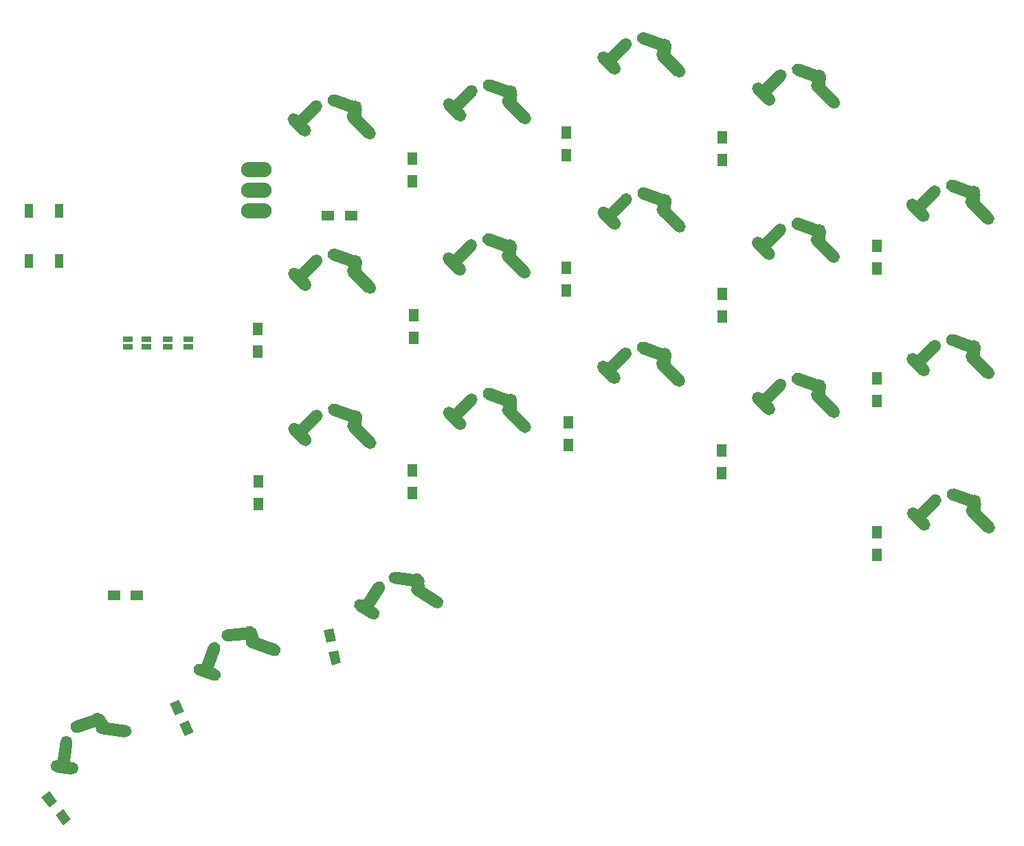
<source format=gbr>
%TF.GenerationSoftware,KiCad,Pcbnew,(5.1.7)-1*%
%TF.CreationDate,2021-07-11T14:26:08+05:30*%
%TF.ProjectId,Pankh,50616e6b-682e-46b6-9963-61645f706362,rev?*%
%TF.SameCoordinates,Original*%
%TF.FileFunction,Paste,Top*%
%TF.FilePolarity,Positive*%
%FSLAX46Y46*%
G04 Gerber Fmt 4.6, Leading zero omitted, Abs format (unit mm)*
G04 Created by KiCad (PCBNEW (5.1.7)-1) date 2021-07-11 14:26:08*
%MOMM*%
%LPD*%
G01*
G04 APERTURE LIST*
%ADD10O,1.500000X3.000000*%
%ADD11R,1.600000X1.200000*%
%ADD12O,3.759200X1.879600*%
%ADD13R,1.100000X1.800000*%
%ADD14R,1.200000X1.600000*%
%ADD15C,0.100000*%
%ADD16R,1.270000X0.635000*%
G04 APERTURE END LIST*
%TO.C,SW10*%
G36*
G01*
X134630104Y-117649170D02*
X132963562Y-116587466D01*
G75*
G02*
X132730320Y-115535380I409422J642664D01*
G01*
X132730320Y-115535380D01*
G75*
G02*
X133782406Y-115302138I642664J-409422D01*
G01*
X135448948Y-116363842D01*
G75*
G02*
X135682190Y-117415928I-409422J-642664D01*
G01*
X135682190Y-117415928D01*
G75*
G02*
X134630104Y-117649170I-642664J409422D01*
G01*
G37*
G36*
G01*
X133481127Y-115861399D02*
X135080131Y-113351467D01*
G75*
G02*
X136132217Y-113118225I642664J-409422D01*
G01*
X136132217Y-113118225D01*
G75*
G02*
X136365459Y-114170311I-409422J-642664D01*
G01*
X134766455Y-116680243D01*
G75*
G02*
X133714369Y-116913485I-642664J409422D01*
G01*
X133714369Y-116913485D01*
G75*
G02*
X133481127Y-115861399I409422J642664D01*
G01*
G37*
G36*
G01*
X140487849Y-113736102D02*
X137537309Y-113347656D01*
G75*
G02*
X136881289Y-112492714I99461J755481D01*
G01*
X136881289Y-112492714D01*
G75*
G02*
X137736231Y-111836694I755481J-99461D01*
G01*
X140686771Y-112225140D01*
G75*
G02*
X141342791Y-113080082I-99461J-755481D01*
G01*
X141342791Y-113080082D01*
G75*
G02*
X140487849Y-113736102I-755481J99461D01*
G01*
G37*
G36*
G01*
X142491174Y-116268550D02*
X139981242Y-114669546D01*
G75*
G02*
X139748000Y-113617460I409422J642664D01*
G01*
X139748000Y-113617460D01*
G75*
G02*
X140800086Y-113384218I642664J-409422D01*
G01*
X143310018Y-114983222D01*
G75*
G02*
X143543260Y-116035308I-409422J-642664D01*
G01*
X143543260Y-116035308D01*
G75*
G02*
X142491174Y-116268550I-642664J409422D01*
G01*
G37*
G36*
G01*
X140001947Y-114397988D02*
X139677287Y-112933544D01*
G75*
G02*
X140247179Y-112038992I732222J162330D01*
G01*
X140247179Y-112038992D01*
G75*
G02*
X141141731Y-112608884I162330J-732222D01*
G01*
X141466391Y-114073328D01*
G75*
G02*
X140896499Y-114967880I-732222J-162330D01*
G01*
X140896499Y-114967880D01*
G75*
G02*
X140001947Y-114397988I-162330J732222D01*
G01*
G37*
%TD*%
%TO.C,SW13*%
G36*
G01*
X183223834Y-73212567D02*
X181826592Y-71815325D01*
G75*
G02*
X181826592Y-70737695I538815J538815D01*
G01*
X181826592Y-70737695D01*
G75*
G02*
X182904222Y-70737695I538815J-538815D01*
G01*
X184301464Y-72134937D01*
G75*
G02*
X184301464Y-73212567I-538815J-538815D01*
G01*
X184301464Y-73212567D01*
G75*
G02*
X183223834Y-73212567I-538815J538815D01*
G01*
G37*
G36*
G01*
X182489038Y-71218491D02*
X184593388Y-69114141D01*
G75*
G02*
X185671018Y-69114141I538815J-538815D01*
G01*
X185671018Y-69114141D01*
G75*
G02*
X185671018Y-70191771I-538815J-538815D01*
G01*
X183566668Y-72296121D01*
G75*
G02*
X182489038Y-72296121I-538815J538815D01*
G01*
X182489038Y-72296121D01*
G75*
G02*
X182489038Y-71218491I538815J538815D01*
G01*
G37*
G36*
G01*
X189789672Y-70660103D02*
X186993146Y-69642251D01*
G75*
G02*
X186537719Y-68665586I260619J716046D01*
G01*
X186537719Y-68665586D01*
G75*
G02*
X187514384Y-68210159I716046J-260619D01*
G01*
X190310910Y-69228011D01*
G75*
G02*
X190766337Y-70204676I-260619J-716046D01*
G01*
X190766337Y-70204676D01*
G75*
G02*
X189789672Y-70660103I-716046J260619D01*
G01*
G37*
G36*
G01*
X191197388Y-73566121D02*
X189093038Y-71461771D01*
G75*
G02*
X189093038Y-70384141I538815J538815D01*
G01*
X189093038Y-70384141D01*
G75*
G02*
X190170668Y-70384141I538815J-538815D01*
G01*
X192275018Y-72488491D01*
G75*
G02*
X192275018Y-73566121I-538815J-538815D01*
G01*
X192275018Y-73566121D01*
G75*
G02*
X191197388Y-73566121I-538815J538815D01*
G01*
G37*
D10*
X189922028Y-70451131D03*
%TD*%
%TO.C,SW8*%
G36*
G01*
X202301563Y-87551555D02*
X200904321Y-86154313D01*
G75*
G02*
X200904321Y-85076683I538815J538815D01*
G01*
X200904321Y-85076683D01*
G75*
G02*
X201981951Y-85076683I538815J-538815D01*
G01*
X203379193Y-86473925D01*
G75*
G02*
X203379193Y-87551555I-538815J-538815D01*
G01*
X203379193Y-87551555D01*
G75*
G02*
X202301563Y-87551555I-538815J538815D01*
G01*
G37*
G36*
G01*
X201566767Y-85557479D02*
X203671117Y-83453129D01*
G75*
G02*
X204748747Y-83453129I538815J-538815D01*
G01*
X204748747Y-83453129D01*
G75*
G02*
X204748747Y-84530759I-538815J-538815D01*
G01*
X202644397Y-86635109D01*
G75*
G02*
X201566767Y-86635109I-538815J538815D01*
G01*
X201566767Y-86635109D01*
G75*
G02*
X201566767Y-85557479I538815J538815D01*
G01*
G37*
G36*
G01*
X208867401Y-84999091D02*
X206070875Y-83981239D01*
G75*
G02*
X205615448Y-83004574I260619J716046D01*
G01*
X205615448Y-83004574D01*
G75*
G02*
X206592113Y-82549147I716046J-260619D01*
G01*
X209388639Y-83566999D01*
G75*
G02*
X209844066Y-84543664I-260619J-716046D01*
G01*
X209844066Y-84543664D01*
G75*
G02*
X208867401Y-84999091I-716046J260619D01*
G01*
G37*
G36*
G01*
X210275117Y-87905109D02*
X208170767Y-85800759D01*
G75*
G02*
X208170767Y-84723129I538815J538815D01*
G01*
X208170767Y-84723129D01*
G75*
G02*
X209248397Y-84723129I538815J-538815D01*
G01*
X211352747Y-86827479D01*
G75*
G02*
X211352747Y-87905109I-538815J-538815D01*
G01*
X211352747Y-87905109D01*
G75*
G02*
X210275117Y-87905109I-538815J538815D01*
G01*
G37*
X208999757Y-84790119D03*
%TD*%
%TO.C,SW7*%
G36*
G01*
X202257916Y-68516654D02*
X200860674Y-67119412D01*
G75*
G02*
X200860674Y-66041782I538815J538815D01*
G01*
X200860674Y-66041782D01*
G75*
G02*
X201938304Y-66041782I538815J-538815D01*
G01*
X203335546Y-67439024D01*
G75*
G02*
X203335546Y-68516654I-538815J-538815D01*
G01*
X203335546Y-68516654D01*
G75*
G02*
X202257916Y-68516654I-538815J538815D01*
G01*
G37*
G36*
G01*
X201523120Y-66522578D02*
X203627470Y-64418228D01*
G75*
G02*
X204705100Y-64418228I538815J-538815D01*
G01*
X204705100Y-64418228D01*
G75*
G02*
X204705100Y-65495858I-538815J-538815D01*
G01*
X202600750Y-67600208D01*
G75*
G02*
X201523120Y-67600208I-538815J538815D01*
G01*
X201523120Y-67600208D01*
G75*
G02*
X201523120Y-66522578I538815J538815D01*
G01*
G37*
G36*
G01*
X208823754Y-65964190D02*
X206027228Y-64946338D01*
G75*
G02*
X205571801Y-63969673I260619J716046D01*
G01*
X205571801Y-63969673D01*
G75*
G02*
X206548466Y-63514246I716046J-260619D01*
G01*
X209344992Y-64532098D01*
G75*
G02*
X209800419Y-65508763I-260619J-716046D01*
G01*
X209800419Y-65508763D01*
G75*
G02*
X208823754Y-65964190I-716046J260619D01*
G01*
G37*
G36*
G01*
X210231470Y-68870208D02*
X208127120Y-66765858D01*
G75*
G02*
X208127120Y-65688228I538815J538815D01*
G01*
X208127120Y-65688228D01*
G75*
G02*
X209204750Y-65688228I538815J-538815D01*
G01*
X211309100Y-67792578D01*
G75*
G02*
X211309100Y-68870208I-538815J-538815D01*
G01*
X211309100Y-68870208D01*
G75*
G02*
X210231470Y-68870208I-538815J538815D01*
G01*
G37*
X208956110Y-65755218D03*
%TD*%
%TO.C,SW12*%
G36*
G01*
X183270744Y-54201938D02*
X181873502Y-52804696D01*
G75*
G02*
X181873502Y-51727066I538815J538815D01*
G01*
X181873502Y-51727066D01*
G75*
G02*
X182951132Y-51727066I538815J-538815D01*
G01*
X184348374Y-53124308D01*
G75*
G02*
X184348374Y-54201938I-538815J-538815D01*
G01*
X184348374Y-54201938D01*
G75*
G02*
X183270744Y-54201938I-538815J538815D01*
G01*
G37*
G36*
G01*
X182535948Y-52207862D02*
X184640298Y-50103512D01*
G75*
G02*
X185717928Y-50103512I538815J-538815D01*
G01*
X185717928Y-50103512D01*
G75*
G02*
X185717928Y-51181142I-538815J-538815D01*
G01*
X183613578Y-53285492D01*
G75*
G02*
X182535948Y-53285492I-538815J538815D01*
G01*
X182535948Y-53285492D01*
G75*
G02*
X182535948Y-52207862I538815J538815D01*
G01*
G37*
G36*
G01*
X189836582Y-51649474D02*
X187040056Y-50631622D01*
G75*
G02*
X186584629Y-49654957I260619J716046D01*
G01*
X186584629Y-49654957D01*
G75*
G02*
X187561294Y-49199530I716046J-260619D01*
G01*
X190357820Y-50217382D01*
G75*
G02*
X190813247Y-51194047I-260619J-716046D01*
G01*
X190813247Y-51194047D01*
G75*
G02*
X189836582Y-51649474I-716046J260619D01*
G01*
G37*
G36*
G01*
X191244298Y-54555492D02*
X189139948Y-52451142D01*
G75*
G02*
X189139948Y-51373512I538815J538815D01*
G01*
X189139948Y-51373512D01*
G75*
G02*
X190217578Y-51373512I538815J-538815D01*
G01*
X192321928Y-53477862D01*
G75*
G02*
X192321928Y-54555492I-538815J-538815D01*
G01*
X192321928Y-54555492D01*
G75*
G02*
X191244298Y-54555492I-538815J538815D01*
G01*
G37*
X189968938Y-51440502D03*
%TD*%
%TO.C,SW22*%
G36*
G01*
X145192710Y-56131102D02*
X143795468Y-54733860D01*
G75*
G02*
X143795468Y-53656230I538815J538815D01*
G01*
X143795468Y-53656230D01*
G75*
G02*
X144873098Y-53656230I538815J-538815D01*
G01*
X146270340Y-55053472D01*
G75*
G02*
X146270340Y-56131102I-538815J-538815D01*
G01*
X146270340Y-56131102D01*
G75*
G02*
X145192710Y-56131102I-538815J538815D01*
G01*
G37*
G36*
G01*
X144457914Y-54137026D02*
X146562264Y-52032676D01*
G75*
G02*
X147639894Y-52032676I538815J-538815D01*
G01*
X147639894Y-52032676D01*
G75*
G02*
X147639894Y-53110306I-538815J-538815D01*
G01*
X145535544Y-55214656D01*
G75*
G02*
X144457914Y-55214656I-538815J538815D01*
G01*
X144457914Y-55214656D01*
G75*
G02*
X144457914Y-54137026I538815J538815D01*
G01*
G37*
G36*
G01*
X151758548Y-53578638D02*
X148962022Y-52560786D01*
G75*
G02*
X148506595Y-51584121I260619J716046D01*
G01*
X148506595Y-51584121D01*
G75*
G02*
X149483260Y-51128694I716046J-260619D01*
G01*
X152279786Y-52146546D01*
G75*
G02*
X152735213Y-53123211I-260619J-716046D01*
G01*
X152735213Y-53123211D01*
G75*
G02*
X151758548Y-53578638I-716046J260619D01*
G01*
G37*
G36*
G01*
X153166264Y-56484656D02*
X151061914Y-54380306D01*
G75*
G02*
X151061914Y-53302676I538815J538815D01*
G01*
X151061914Y-53302676D01*
G75*
G02*
X152139544Y-53302676I538815J-538815D01*
G01*
X154243894Y-55407026D01*
G75*
G02*
X154243894Y-56484656I-538815J-538815D01*
G01*
X154243894Y-56484656D01*
G75*
G02*
X153166264Y-56484656I-538815J538815D01*
G01*
G37*
X151890904Y-53369666D03*
%TD*%
%TO.C,SW26*%
G36*
G01*
X126059015Y-57992355D02*
X124661773Y-56595113D01*
G75*
G02*
X124661773Y-55517483I538815J538815D01*
G01*
X124661773Y-55517483D01*
G75*
G02*
X125739403Y-55517483I538815J-538815D01*
G01*
X127136645Y-56914725D01*
G75*
G02*
X127136645Y-57992355I-538815J-538815D01*
G01*
X127136645Y-57992355D01*
G75*
G02*
X126059015Y-57992355I-538815J538815D01*
G01*
G37*
G36*
G01*
X125324219Y-55998279D02*
X127428569Y-53893929D01*
G75*
G02*
X128506199Y-53893929I538815J-538815D01*
G01*
X128506199Y-53893929D01*
G75*
G02*
X128506199Y-54971559I-538815J-538815D01*
G01*
X126401849Y-57075909D01*
G75*
G02*
X125324219Y-57075909I-538815J538815D01*
G01*
X125324219Y-57075909D01*
G75*
G02*
X125324219Y-55998279I538815J538815D01*
G01*
G37*
G36*
G01*
X132624853Y-55439891D02*
X129828327Y-54422039D01*
G75*
G02*
X129372900Y-53445374I260619J716046D01*
G01*
X129372900Y-53445374D01*
G75*
G02*
X130349565Y-52989947I716046J-260619D01*
G01*
X133146091Y-54007799D01*
G75*
G02*
X133601518Y-54984464I-260619J-716046D01*
G01*
X133601518Y-54984464D01*
G75*
G02*
X132624853Y-55439891I-716046J260619D01*
G01*
G37*
G36*
G01*
X134032569Y-58345909D02*
X131928219Y-56241559D01*
G75*
G02*
X131928219Y-55163929I538815J538815D01*
G01*
X131928219Y-55163929D01*
G75*
G02*
X133005849Y-55163929I538815J-538815D01*
G01*
X135110199Y-57268279D01*
G75*
G02*
X135110199Y-58345909I-538815J-538815D01*
G01*
X135110199Y-58345909D01*
G75*
G02*
X134032569Y-58345909I-538815J538815D01*
G01*
G37*
X132757209Y-55230919D03*
%TD*%
%TO.C,SW28*%
G36*
G01*
X126122037Y-96152699D02*
X124724795Y-94755457D01*
G75*
G02*
X124724795Y-93677827I538815J538815D01*
G01*
X124724795Y-93677827D01*
G75*
G02*
X125802425Y-93677827I538815J-538815D01*
G01*
X127199667Y-95075069D01*
G75*
G02*
X127199667Y-96152699I-538815J-538815D01*
G01*
X127199667Y-96152699D01*
G75*
G02*
X126122037Y-96152699I-538815J538815D01*
G01*
G37*
G36*
G01*
X125387241Y-94158623D02*
X127491591Y-92054273D01*
G75*
G02*
X128569221Y-92054273I538815J-538815D01*
G01*
X128569221Y-92054273D01*
G75*
G02*
X128569221Y-93131903I-538815J-538815D01*
G01*
X126464871Y-95236253D01*
G75*
G02*
X125387241Y-95236253I-538815J538815D01*
G01*
X125387241Y-95236253D01*
G75*
G02*
X125387241Y-94158623I538815J538815D01*
G01*
G37*
G36*
G01*
X132687875Y-93600235D02*
X129891349Y-92582383D01*
G75*
G02*
X129435922Y-91605718I260619J716046D01*
G01*
X129435922Y-91605718D01*
G75*
G02*
X130412587Y-91150291I716046J-260619D01*
G01*
X133209113Y-92168143D01*
G75*
G02*
X133664540Y-93144808I-260619J-716046D01*
G01*
X133664540Y-93144808D01*
G75*
G02*
X132687875Y-93600235I-716046J260619D01*
G01*
G37*
G36*
G01*
X134095591Y-96506253D02*
X131991241Y-94401903D01*
G75*
G02*
X131991241Y-93324273I538815J538815D01*
G01*
X131991241Y-93324273D01*
G75*
G02*
X133068871Y-93324273I538815J-538815D01*
G01*
X135173221Y-95428623D01*
G75*
G02*
X135173221Y-96506253I-538815J-538815D01*
G01*
X135173221Y-96506253D01*
G75*
G02*
X134095591Y-96506253I-538815J538815D01*
G01*
G37*
X132820231Y-93391263D03*
%TD*%
%TO.C,SW27*%
G36*
G01*
X126102659Y-77027249D02*
X124705417Y-75630007D01*
G75*
G02*
X124705417Y-74552377I538815J538815D01*
G01*
X124705417Y-74552377D01*
G75*
G02*
X125783047Y-74552377I538815J-538815D01*
G01*
X127180289Y-75949619D01*
G75*
G02*
X127180289Y-77027249I-538815J-538815D01*
G01*
X127180289Y-77027249D01*
G75*
G02*
X126102659Y-77027249I-538815J538815D01*
G01*
G37*
G36*
G01*
X125367863Y-75033173D02*
X127472213Y-72928823D01*
G75*
G02*
X128549843Y-72928823I538815J-538815D01*
G01*
X128549843Y-72928823D01*
G75*
G02*
X128549843Y-74006453I-538815J-538815D01*
G01*
X126445493Y-76110803D01*
G75*
G02*
X125367863Y-76110803I-538815J538815D01*
G01*
X125367863Y-76110803D01*
G75*
G02*
X125367863Y-75033173I538815J538815D01*
G01*
G37*
G36*
G01*
X132668497Y-74474785D02*
X129871971Y-73456933D01*
G75*
G02*
X129416544Y-72480268I260619J716046D01*
G01*
X129416544Y-72480268D01*
G75*
G02*
X130393209Y-72024841I716046J-260619D01*
G01*
X133189735Y-73042693D01*
G75*
G02*
X133645162Y-74019358I-260619J-716046D01*
G01*
X133645162Y-74019358D01*
G75*
G02*
X132668497Y-74474785I-716046J260619D01*
G01*
G37*
G36*
G01*
X134076213Y-77380803D02*
X131971863Y-75276453D01*
G75*
G02*
X131971863Y-74198823I538815J538815D01*
G01*
X131971863Y-74198823D01*
G75*
G02*
X133049493Y-74198823I538815J-538815D01*
G01*
X135153843Y-76303173D01*
G75*
G02*
X135153843Y-77380803I-538815J-538815D01*
G01*
X135153843Y-77380803D01*
G75*
G02*
X134076213Y-77380803I-538815J538815D01*
G01*
G37*
X132800853Y-74265813D03*
%TD*%
%TO.C,SW24*%
G36*
G01*
X145189442Y-94176624D02*
X143792200Y-92779382D01*
G75*
G02*
X143792200Y-91701752I538815J538815D01*
G01*
X143792200Y-91701752D01*
G75*
G02*
X144869830Y-91701752I538815J-538815D01*
G01*
X146267072Y-93098994D01*
G75*
G02*
X146267072Y-94176624I-538815J-538815D01*
G01*
X146267072Y-94176624D01*
G75*
G02*
X145189442Y-94176624I-538815J538815D01*
G01*
G37*
G36*
G01*
X144454646Y-92182548D02*
X146558996Y-90078198D01*
G75*
G02*
X147636626Y-90078198I538815J-538815D01*
G01*
X147636626Y-90078198D01*
G75*
G02*
X147636626Y-91155828I-538815J-538815D01*
G01*
X145532276Y-93260178D01*
G75*
G02*
X144454646Y-93260178I-538815J538815D01*
G01*
X144454646Y-93260178D01*
G75*
G02*
X144454646Y-92182548I538815J538815D01*
G01*
G37*
G36*
G01*
X151755280Y-91624160D02*
X148958754Y-90606308D01*
G75*
G02*
X148503327Y-89629643I260619J716046D01*
G01*
X148503327Y-89629643D01*
G75*
G02*
X149479992Y-89174216I716046J-260619D01*
G01*
X152276518Y-90192068D01*
G75*
G02*
X152731945Y-91168733I-260619J-716046D01*
G01*
X152731945Y-91168733D01*
G75*
G02*
X151755280Y-91624160I-716046J260619D01*
G01*
G37*
G36*
G01*
X153162996Y-94530178D02*
X151058646Y-92425828D01*
G75*
G02*
X151058646Y-91348198I538815J538815D01*
G01*
X151058646Y-91348198D01*
G75*
G02*
X152136276Y-91348198I538815J-538815D01*
G01*
X154240626Y-93452548D01*
G75*
G02*
X154240626Y-94530178I-538815J-538815D01*
G01*
X154240626Y-94530178D01*
G75*
G02*
X153162996Y-94530178I-538815J538815D01*
G01*
G37*
X151887636Y-91415188D03*
%TD*%
%TO.C,SW23*%
G36*
G01*
X145145798Y-75141727D02*
X143748556Y-73744485D01*
G75*
G02*
X143748556Y-72666855I538815J538815D01*
G01*
X143748556Y-72666855D01*
G75*
G02*
X144826186Y-72666855I538815J-538815D01*
G01*
X146223428Y-74064097D01*
G75*
G02*
X146223428Y-75141727I-538815J-538815D01*
G01*
X146223428Y-75141727D01*
G75*
G02*
X145145798Y-75141727I-538815J538815D01*
G01*
G37*
G36*
G01*
X144411002Y-73147651D02*
X146515352Y-71043301D01*
G75*
G02*
X147592982Y-71043301I538815J-538815D01*
G01*
X147592982Y-71043301D01*
G75*
G02*
X147592982Y-72120931I-538815J-538815D01*
G01*
X145488632Y-74225281D01*
G75*
G02*
X144411002Y-74225281I-538815J538815D01*
G01*
X144411002Y-74225281D01*
G75*
G02*
X144411002Y-73147651I538815J538815D01*
G01*
G37*
G36*
G01*
X151711636Y-72589263D02*
X148915110Y-71571411D01*
G75*
G02*
X148459683Y-70594746I260619J716046D01*
G01*
X148459683Y-70594746D01*
G75*
G02*
X149436348Y-70139319I716046J-260619D01*
G01*
X152232874Y-71157171D01*
G75*
G02*
X152688301Y-72133836I-260619J-716046D01*
G01*
X152688301Y-72133836D01*
G75*
G02*
X151711636Y-72589263I-716046J260619D01*
G01*
G37*
G36*
G01*
X153119352Y-75495281D02*
X151015002Y-73390931D01*
G75*
G02*
X151015002Y-72313301I538815J538815D01*
G01*
X151015002Y-72313301D01*
G75*
G02*
X152092632Y-72313301I538815J-538815D01*
G01*
X154196982Y-74417651D01*
G75*
G02*
X154196982Y-75495281I-538815J-538815D01*
G01*
X154196982Y-75495281D01*
G75*
G02*
X153119352Y-75495281I-538815J538815D01*
G01*
G37*
X151843992Y-72380291D03*
%TD*%
%TO.C,SW20*%
G36*
G01*
X97846314Y-136821009D02*
X95887218Y-136563089D01*
G75*
G02*
X95231198Y-135708147I99461J755481D01*
G01*
X95231198Y-135708147D01*
G75*
G02*
X96086140Y-135052127I755481J-99461D01*
G01*
X98045236Y-135310047D01*
G75*
G02*
X98701256Y-136164989I-99461J-755481D01*
G01*
X98701256Y-136164989D01*
G75*
G02*
X97846314Y-136821009I-755481J99461D01*
G01*
G37*
G36*
G01*
X96049443Y-135686317D02*
X96437889Y-132735777D01*
G75*
G02*
X97292831Y-132079757I755481J-99461D01*
G01*
X97292831Y-132079757D01*
G75*
G02*
X97948851Y-132934699I-99461J-755481D01*
G01*
X97560405Y-135885239D01*
G75*
G02*
X96705463Y-136541259I-755481J99461D01*
G01*
X96705463Y-136541259D01*
G75*
G02*
X96049443Y-135686317I99461J755481D01*
G01*
G37*
G36*
G01*
X101501501Y-130798974D02*
X98663239Y-131693874D01*
G75*
G02*
X97707369Y-131196280I-229138J726732D01*
G01*
X97707369Y-131196280D01*
G75*
G02*
X98204963Y-130240410I726732J229138D01*
G01*
X101043225Y-129345510D01*
G75*
G02*
X101999095Y-129843104I229138J-726732D01*
G01*
X101999095Y-129843104D01*
G75*
G02*
X101501501Y-130798974I-726732J-229138D01*
G01*
G37*
G36*
G01*
X104387389Y-132247510D02*
X101436849Y-131859064D01*
G75*
G02*
X100780829Y-131004122I99461J755481D01*
G01*
X100780829Y-131004122D01*
G75*
G02*
X101635771Y-130348102I755481J-99461D01*
G01*
X104586311Y-130736548D01*
G75*
G02*
X105242331Y-131591490I-99461J-755481D01*
G01*
X105242331Y-131591490D01*
G75*
G02*
X104387389Y-132247510I-755481J99461D01*
G01*
G37*
G36*
G01*
X101340848Y-131604197D02*
X100427706Y-130414167D01*
G75*
G02*
X100566150Y-129362581I595015J456571D01*
G01*
X100566150Y-129362581D01*
G75*
G02*
X101617736Y-129501025I456571J-595015D01*
G01*
X102530878Y-130691055D01*
G75*
G02*
X102392434Y-131742641I-595015J-456571D01*
G01*
X102392434Y-131742641D01*
G75*
G02*
X101340848Y-131604197I-456571J595015D01*
G01*
G37*
%TD*%
%TO.C,SW19*%
G36*
G01*
X164182775Y-88492529D02*
X162785533Y-87095287D01*
G75*
G02*
X162785533Y-86017657I538815J538815D01*
G01*
X162785533Y-86017657D01*
G75*
G02*
X163863163Y-86017657I538815J-538815D01*
G01*
X165260405Y-87414899D01*
G75*
G02*
X165260405Y-88492529I-538815J-538815D01*
G01*
X165260405Y-88492529D01*
G75*
G02*
X164182775Y-88492529I-538815J538815D01*
G01*
G37*
G36*
G01*
X163447979Y-86498453D02*
X165552329Y-84394103D01*
G75*
G02*
X166629959Y-84394103I538815J-538815D01*
G01*
X166629959Y-84394103D01*
G75*
G02*
X166629959Y-85471733I-538815J-538815D01*
G01*
X164525609Y-87576083D01*
G75*
G02*
X163447979Y-87576083I-538815J538815D01*
G01*
X163447979Y-87576083D01*
G75*
G02*
X163447979Y-86498453I538815J538815D01*
G01*
G37*
G36*
G01*
X170748613Y-85940065D02*
X167952087Y-84922213D01*
G75*
G02*
X167496660Y-83945548I260619J716046D01*
G01*
X167496660Y-83945548D01*
G75*
G02*
X168473325Y-83490121I716046J-260619D01*
G01*
X171269851Y-84507973D01*
G75*
G02*
X171725278Y-85484638I-260619J-716046D01*
G01*
X171725278Y-85484638D01*
G75*
G02*
X170748613Y-85940065I-716046J260619D01*
G01*
G37*
G36*
G01*
X172156329Y-88846083D02*
X170051979Y-86741733D01*
G75*
G02*
X170051979Y-85664103I538815J538815D01*
G01*
X170051979Y-85664103D01*
G75*
G02*
X171129609Y-85664103I538815J-538815D01*
G01*
X173233959Y-87768453D01*
G75*
G02*
X173233959Y-88846083I-538815J-538815D01*
G01*
X173233959Y-88846083D01*
G75*
G02*
X172156329Y-88846083I-538815J538815D01*
G01*
G37*
X170880969Y-85731093D03*
%TD*%
%TO.C,SW18*%
G36*
G01*
X164229689Y-69481901D02*
X162832447Y-68084659D01*
G75*
G02*
X162832447Y-67007029I538815J538815D01*
G01*
X162832447Y-67007029D01*
G75*
G02*
X163910077Y-67007029I538815J-538815D01*
G01*
X165307319Y-68404271D01*
G75*
G02*
X165307319Y-69481901I-538815J-538815D01*
G01*
X165307319Y-69481901D01*
G75*
G02*
X164229689Y-69481901I-538815J538815D01*
G01*
G37*
G36*
G01*
X163494893Y-67487825D02*
X165599243Y-65383475D01*
G75*
G02*
X166676873Y-65383475I538815J-538815D01*
G01*
X166676873Y-65383475D01*
G75*
G02*
X166676873Y-66461105I-538815J-538815D01*
G01*
X164572523Y-68565455D01*
G75*
G02*
X163494893Y-68565455I-538815J538815D01*
G01*
X163494893Y-68565455D01*
G75*
G02*
X163494893Y-67487825I538815J538815D01*
G01*
G37*
G36*
G01*
X170795527Y-66929437D02*
X167999001Y-65911585D01*
G75*
G02*
X167543574Y-64934920I260619J716046D01*
G01*
X167543574Y-64934920D01*
G75*
G02*
X168520239Y-64479493I716046J-260619D01*
G01*
X171316765Y-65497345D01*
G75*
G02*
X171772192Y-66474010I-260619J-716046D01*
G01*
X171772192Y-66474010D01*
G75*
G02*
X170795527Y-66929437I-716046J260619D01*
G01*
G37*
G36*
G01*
X172203243Y-69835455D02*
X170098893Y-67731105D01*
G75*
G02*
X170098893Y-66653475I538815J538815D01*
G01*
X170098893Y-66653475D01*
G75*
G02*
X171176523Y-66653475I538815J-538815D01*
G01*
X173280873Y-68757825D01*
G75*
G02*
X173280873Y-69835455I-538815J-538815D01*
G01*
X173280873Y-69835455D01*
G75*
G02*
X172203243Y-69835455I-538815J538815D01*
G01*
G37*
X170927883Y-66720465D03*
%TD*%
%TO.C,SW17*%
G36*
G01*
X164210308Y-50356450D02*
X162813066Y-48959208D01*
G75*
G02*
X162813066Y-47881578I538815J538815D01*
G01*
X162813066Y-47881578D01*
G75*
G02*
X163890696Y-47881578I538815J-538815D01*
G01*
X165287938Y-49278820D01*
G75*
G02*
X165287938Y-50356450I-538815J-538815D01*
G01*
X165287938Y-50356450D01*
G75*
G02*
X164210308Y-50356450I-538815J538815D01*
G01*
G37*
G36*
G01*
X163475512Y-48362374D02*
X165579862Y-46258024D01*
G75*
G02*
X166657492Y-46258024I538815J-538815D01*
G01*
X166657492Y-46258024D01*
G75*
G02*
X166657492Y-47335654I-538815J-538815D01*
G01*
X164553142Y-49440004D01*
G75*
G02*
X163475512Y-49440004I-538815J538815D01*
G01*
X163475512Y-49440004D01*
G75*
G02*
X163475512Y-48362374I538815J538815D01*
G01*
G37*
G36*
G01*
X170776146Y-47803986D02*
X167979620Y-46786134D01*
G75*
G02*
X167524193Y-45809469I260619J716046D01*
G01*
X167524193Y-45809469D01*
G75*
G02*
X168500858Y-45354042I716046J-260619D01*
G01*
X171297384Y-46371894D01*
G75*
G02*
X171752811Y-47348559I-260619J-716046D01*
G01*
X171752811Y-47348559D01*
G75*
G02*
X170776146Y-47803986I-716046J260619D01*
G01*
G37*
G36*
G01*
X172183862Y-50710004D02*
X170079512Y-48605654D01*
G75*
G02*
X170079512Y-47528024I538815J538815D01*
G01*
X170079512Y-47528024D01*
G75*
G02*
X171157142Y-47528024I538815J-538815D01*
G01*
X173261492Y-49632374D01*
G75*
G02*
X173261492Y-50710004I-538815J-538815D01*
G01*
X173261492Y-50710004D01*
G75*
G02*
X172183862Y-50710004I-538815J538815D01*
G01*
G37*
X170908502Y-47595014D03*
%TD*%
%TO.C,SW15*%
G36*
G01*
X115197037Y-125289159D02*
X113340205Y-124613327D01*
G75*
G02*
X112884778Y-123636662I260619J716046D01*
G01*
X112884778Y-123636662D01*
G75*
G02*
X113861443Y-123181235I716046J-260619D01*
G01*
X115718275Y-123857067D01*
G75*
G02*
X116173702Y-124833732I-260619J-716046D01*
G01*
X116173702Y-124833732D01*
G75*
G02*
X115197037Y-125289159I-716046J260619D01*
G01*
G37*
G36*
G01*
X113688351Y-123792449D02*
X114706203Y-120995923D01*
G75*
G02*
X115682868Y-120540496I716046J-260619D01*
G01*
X115682868Y-120540496D01*
G75*
G02*
X116138295Y-121517161I-260619J-716046D01*
G01*
X115120443Y-124313687D01*
G75*
G02*
X114143778Y-124769114I-716046J260619D01*
G01*
X114143778Y-124769114D01*
G75*
G02*
X113688351Y-123792449I260619J716046D01*
G01*
G37*
G36*
G01*
X120068988Y-120200996D02*
X117104312Y-120460372D01*
G75*
G02*
X116278799Y-119767685I-66413J759100D01*
G01*
X116278799Y-119767685D01*
G75*
G02*
X116971486Y-118942172I759100J66413D01*
G01*
X119936162Y-118682796D01*
G75*
G02*
X120761675Y-119375483I66413J-759100D01*
G01*
X120761675Y-119375483D01*
G75*
G02*
X120068988Y-120200996I-759100J-66413D01*
G01*
G37*
G36*
G01*
X122572949Y-122239817D02*
X119776423Y-121221965D01*
G75*
G02*
X119320996Y-120245300I260619J716046D01*
G01*
X119320996Y-120245300D01*
G75*
G02*
X120297661Y-119789873I716046J-260619D01*
G01*
X123094187Y-120807725D01*
G75*
G02*
X123549614Y-121784390I-260619J-716046D01*
G01*
X123549614Y-121784390D01*
G75*
G02*
X122572949Y-122239817I-716046J260619D01*
G01*
G37*
G36*
G01*
X119737861Y-120952362D02*
X119103933Y-119592900D01*
G75*
G02*
X119466700Y-118596205I679731J316964D01*
G01*
X119466700Y-118596205D01*
G75*
G02*
X120463395Y-118958972I316964J-679731D01*
G01*
X121097323Y-120318434D01*
G75*
G02*
X120734556Y-121315129I-679731J-316964D01*
G01*
X120734556Y-121315129D01*
G75*
G02*
X119737861Y-120952362I-316964J679731D01*
G01*
G37*
%TD*%
%TO.C,SW14*%
G36*
G01*
X183243206Y-92338011D02*
X181845964Y-90940769D01*
G75*
G02*
X181845964Y-89863139I538815J538815D01*
G01*
X181845964Y-89863139D01*
G75*
G02*
X182923594Y-89863139I538815J-538815D01*
G01*
X184320836Y-91260381D01*
G75*
G02*
X184320836Y-92338011I-538815J-538815D01*
G01*
X184320836Y-92338011D01*
G75*
G02*
X183243206Y-92338011I-538815J538815D01*
G01*
G37*
G36*
G01*
X182508410Y-90343935D02*
X184612760Y-88239585D01*
G75*
G02*
X185690390Y-88239585I538815J-538815D01*
G01*
X185690390Y-88239585D01*
G75*
G02*
X185690390Y-89317215I-538815J-538815D01*
G01*
X183586040Y-91421565D01*
G75*
G02*
X182508410Y-91421565I-538815J538815D01*
G01*
X182508410Y-91421565D01*
G75*
G02*
X182508410Y-90343935I538815J538815D01*
G01*
G37*
G36*
G01*
X189809044Y-89785547D02*
X187012518Y-88767695D01*
G75*
G02*
X186557091Y-87791030I260619J716046D01*
G01*
X186557091Y-87791030D01*
G75*
G02*
X187533756Y-87335603I716046J-260619D01*
G01*
X190330282Y-88353455D01*
G75*
G02*
X190785709Y-89330120I-260619J-716046D01*
G01*
X190785709Y-89330120D01*
G75*
G02*
X189809044Y-89785547I-716046J260619D01*
G01*
G37*
G36*
G01*
X191216760Y-92691565D02*
X189112410Y-90587215D01*
G75*
G02*
X189112410Y-89509585I538815J538815D01*
G01*
X189112410Y-89509585D01*
G75*
G02*
X190190040Y-89509585I538815J-538815D01*
G01*
X192294390Y-91613935D01*
G75*
G02*
X192294390Y-92691565I-538815J-538815D01*
G01*
X192294390Y-92691565D01*
G75*
G02*
X191216760Y-92691565I-538815J538815D01*
G01*
G37*
X189941400Y-89576575D03*
%TD*%
%TO.C,SW9*%
G36*
G01*
X202345206Y-106586456D02*
X200947964Y-105189214D01*
G75*
G02*
X200947964Y-104111584I538815J538815D01*
G01*
X200947964Y-104111584D01*
G75*
G02*
X202025594Y-104111584I538815J-538815D01*
G01*
X203422836Y-105508826D01*
G75*
G02*
X203422836Y-106586456I-538815J-538815D01*
G01*
X203422836Y-106586456D01*
G75*
G02*
X202345206Y-106586456I-538815J538815D01*
G01*
G37*
G36*
G01*
X201610410Y-104592380D02*
X203714760Y-102488030D01*
G75*
G02*
X204792390Y-102488030I538815J-538815D01*
G01*
X204792390Y-102488030D01*
G75*
G02*
X204792390Y-103565660I-538815J-538815D01*
G01*
X202688040Y-105670010D01*
G75*
G02*
X201610410Y-105670010I-538815J538815D01*
G01*
X201610410Y-105670010D01*
G75*
G02*
X201610410Y-104592380I538815J538815D01*
G01*
G37*
G36*
G01*
X208911044Y-104033992D02*
X206114518Y-103016140D01*
G75*
G02*
X205659091Y-102039475I260619J716046D01*
G01*
X205659091Y-102039475D01*
G75*
G02*
X206635756Y-101584048I716046J-260619D01*
G01*
X209432282Y-102601900D01*
G75*
G02*
X209887709Y-103578565I-260619J-716046D01*
G01*
X209887709Y-103578565D01*
G75*
G02*
X208911044Y-104033992I-716046J260619D01*
G01*
G37*
G36*
G01*
X210318760Y-106940010D02*
X208214410Y-104835660D01*
G75*
G02*
X208214410Y-103758030I538815J538815D01*
G01*
X208214410Y-103758030D01*
G75*
G02*
X209292040Y-103758030I538815J-538815D01*
G01*
X211396390Y-105862380D01*
G75*
G02*
X211396390Y-106940010I-538815J-538815D01*
G01*
X211396390Y-106940010D01*
G75*
G02*
X210318760Y-106940010I-538815J538815D01*
G01*
G37*
X209043400Y-103825020D03*
%TD*%
D11*
%TO.C,D_RE1*%
X105853978Y-114728228D03*
X103053978Y-114728228D03*
%TD*%
D12*
%TO.C,PWM_PAD2*%
X120582978Y-67357228D03*
X120582978Y-64817228D03*
X120582978Y-62277228D03*
%TD*%
D13*
%TO.C,RST1*%
X96270978Y-67305228D03*
X96270978Y-73505228D03*
X92570978Y-67305228D03*
X92570978Y-73505228D03*
%TD*%
D14*
%TO.C,D8*%
X197046398Y-90762120D03*
X197046398Y-87962120D03*
%TD*%
%TO.C,D28*%
X120818223Y-103524868D03*
X120818223Y-100724868D03*
%TD*%
%TO.C,D27*%
X120726056Y-84671088D03*
X120726056Y-81871088D03*
%TD*%
D11*
%TO.C,D26*%
X132244578Y-67916029D03*
X129444578Y-67916029D03*
%TD*%
D14*
%TO.C,D24*%
X139830586Y-102116388D03*
X139830586Y-99316388D03*
%TD*%
%TO.C,D23*%
X139992325Y-83039468D03*
X139992325Y-80239468D03*
%TD*%
%TO.C,D22*%
X139840369Y-63684384D03*
X139840369Y-60884384D03*
%TD*%
D15*
%TO.C,D20*%
G36*
X96055732Y-140175961D02*
G01*
X95103708Y-140906475D01*
X94129690Y-139637109D01*
X95081714Y-138906595D01*
X96055732Y-140175961D01*
G37*
G36*
X97760264Y-142397351D02*
G01*
X96808240Y-143127865D01*
X95834222Y-141858499D01*
X96786246Y-141127985D01*
X97760264Y-142397351D01*
G37*
%TD*%
D14*
%TO.C,D19*%
X159015380Y-96244215D03*
X159015380Y-93444215D03*
%TD*%
%TO.C,D18*%
X158809978Y-77139226D03*
X158809978Y-74339226D03*
%TD*%
%TO.C,D17*%
X158809976Y-60502229D03*
X158809976Y-57702229D03*
%TD*%
D15*
%TO.C,D15*%
G36*
X111729188Y-129043872D02*
G01*
X110641619Y-129551014D01*
X109965430Y-128100922D01*
X111052999Y-127593780D01*
X111729188Y-129043872D01*
G37*
G36*
X112912520Y-131581534D02*
G01*
X111824951Y-132088676D01*
X111148762Y-130638584D01*
X112236331Y-130131442D01*
X112912520Y-131581534D01*
G37*
%TD*%
D14*
%TO.C,D14*%
X177939387Y-99710187D03*
X177939387Y-96910187D03*
%TD*%
%TO.C,D13*%
X177968541Y-80403627D03*
X177968541Y-77603627D03*
%TD*%
%TO.C,D12*%
X177968541Y-61061029D03*
X177968541Y-58261029D03*
%TD*%
D15*
%TO.C,D10*%
G36*
X130436891Y-120362585D02*
G01*
X129265336Y-120622313D01*
X128919033Y-119060239D01*
X130090588Y-118800511D01*
X130436891Y-120362585D01*
G37*
G36*
X131042921Y-123096213D02*
G01*
X129871366Y-123355941D01*
X129525063Y-121793867D01*
X130696618Y-121534139D01*
X131042921Y-123096213D01*
G37*
%TD*%
D14*
%TO.C,D9*%
X197046397Y-109797019D03*
X197046397Y-106997019D03*
%TD*%
%TO.C,D7*%
X197046398Y-74457700D03*
X197046398Y-71657700D03*
%TD*%
D16*
%TO.C,JP4*%
X104733378Y-84113608D03*
X104733378Y-83214448D03*
%TD*%
%TO.C,JP3*%
X107019378Y-84113609D03*
X107019378Y-83214449D03*
%TD*%
%TO.C,JP2*%
X109686376Y-84113609D03*
X109686376Y-83214449D03*
%TD*%
%TO.C,JP1*%
X112226377Y-84113606D03*
X112226377Y-83214446D03*
%TD*%
M02*

</source>
